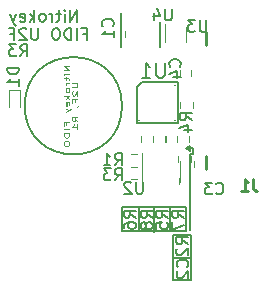
<source format=gbo>
G04 #@! TF.FileFunction,Legend,Bot*
%FSLAX46Y46*%
G04 Gerber Fmt 4.6, Leading zero omitted, Abs format (unit mm)*
G04 Created by KiCad (PCBNEW 4.0.7) date 02/08/18 14:43:57*
%MOMM*%
%LPD*%
G01*
G04 APERTURE LIST*
%ADD10C,0.150000*%
%ADD11C,0.099060*%
%ADD12C,0.120000*%
%ADD13C,0.254000*%
%ADD14C,0.250000*%
%ADD15C,0.304800*%
G04 APERTURE END LIST*
D10*
X3739700Y-4038700D02*
X3485700Y-4038700D01*
X3739700Y-4534000D02*
X3523800Y-4534000D01*
X3739700Y-4038700D02*
X3739700Y-4534000D01*
X3650800Y-4038700D02*
X3739700Y-4038700D01*
X3485700Y-4254600D02*
X3193600Y-4038700D01*
X3485700Y-3848200D02*
X3485700Y-4254600D01*
X3193600Y-4038700D02*
X3485700Y-3848200D01*
X3523800Y-4534000D02*
X3523800Y-10998300D01*
X3206300Y-4038700D02*
X3587300Y-4038700D01*
X2101400Y-13309700D02*
X3536500Y-13322400D01*
X2088700Y-15227400D02*
X2076000Y-11392000D01*
X3625400Y-15189300D02*
X2088700Y-15227400D01*
X3612700Y-11392000D02*
X3625400Y-15189300D01*
X2076000Y-11392000D02*
X3612700Y-11392000D01*
X1783900Y-9080600D02*
X1783900Y-11074500D01*
X450400Y-9042500D02*
X463100Y-11099900D01*
X-832300Y-9042500D02*
X-845000Y-11061800D01*
X-2292800Y-11087200D02*
X-2292800Y-9042500D01*
X3168200Y-11087200D02*
X-2292800Y-11087200D01*
X3180900Y-9055200D02*
X3168200Y-11087200D01*
X-2280100Y-9055200D02*
X3180900Y-9055200D01*
X-5551669Y5639009D02*
X-5218335Y5639009D01*
X-5218335Y5115199D02*
X-5218335Y6115199D01*
X-5694526Y6115199D01*
X-6075478Y5115199D02*
X-6075478Y6115199D01*
X-6551668Y5115199D02*
X-6551668Y6115199D01*
X-6789763Y6115199D01*
X-6932621Y6067580D01*
X-7027859Y5972342D01*
X-7075478Y5877104D01*
X-7123097Y5686628D01*
X-7123097Y5543770D01*
X-7075478Y5353294D01*
X-7027859Y5258056D01*
X-6932621Y5162818D01*
X-6789763Y5115199D01*
X-6551668Y5115199D01*
X-7742144Y6115199D02*
X-7932621Y6115199D01*
X-8027859Y6067580D01*
X-8123097Y5972342D01*
X-8170716Y5781866D01*
X-8170716Y5448532D01*
X-8123097Y5258056D01*
X-8027859Y5162818D01*
X-7932621Y5115199D01*
X-7742144Y5115199D01*
X-7646906Y5162818D01*
X-7551668Y5258056D01*
X-7504049Y5448532D01*
X-7504049Y5781866D01*
X-7551668Y5972342D01*
X-7646906Y6067580D01*
X-7742144Y6115199D01*
X-9361192Y6115199D02*
X-9361192Y5305675D01*
X-9408811Y5210437D01*
X-9456430Y5162818D01*
X-9551668Y5115199D01*
X-9742145Y5115199D01*
X-9837383Y5162818D01*
X-9885002Y5210437D01*
X-9932621Y5305675D01*
X-9932621Y6115199D01*
X-10361192Y6019961D02*
X-10408811Y6067580D01*
X-10504049Y6115199D01*
X-10742145Y6115199D01*
X-10837383Y6067580D01*
X-10885002Y6019961D01*
X-10932621Y5924723D01*
X-10932621Y5829485D01*
X-10885002Y5686628D01*
X-10313573Y5115199D01*
X-10932621Y5115199D01*
X-11694526Y5639009D02*
X-11361192Y5639009D01*
X-11361192Y5115199D02*
X-11361192Y6115199D01*
X-11837383Y6115199D01*
X-10853574Y3743599D02*
X-10520240Y4219790D01*
X-10282145Y3743599D02*
X-10282145Y4743599D01*
X-10663098Y4743599D01*
X-10758336Y4695980D01*
X-10805955Y4648361D01*
X-10853574Y4553123D01*
X-10853574Y4410266D01*
X-10805955Y4315028D01*
X-10758336Y4267409D01*
X-10663098Y4219790D01*
X-10282145Y4219790D01*
X-11186907Y4743599D02*
X-11805955Y4743599D01*
X-11472621Y4362647D01*
X-11615479Y4362647D01*
X-11710717Y4315028D01*
X-11758336Y4267409D01*
X-11805955Y4172170D01*
X-11805955Y3934075D01*
X-11758336Y3838837D01*
X-11710717Y3791218D01*
X-11615479Y3743599D01*
X-11329764Y3743599D01*
X-11234526Y3791218D01*
X-11186907Y3838837D01*
X-6060285Y6672219D02*
X-6060285Y7672219D01*
X-6631714Y6672219D01*
X-6631714Y7672219D01*
X-7107904Y6672219D02*
X-7107904Y7338886D01*
X-7107904Y7672219D02*
X-7060285Y7624600D01*
X-7107904Y7576981D01*
X-7155523Y7624600D01*
X-7107904Y7672219D01*
X-7107904Y7576981D01*
X-7441237Y7338886D02*
X-7822189Y7338886D01*
X-7584094Y7672219D02*
X-7584094Y6815076D01*
X-7631713Y6719838D01*
X-7726951Y6672219D01*
X-7822189Y6672219D01*
X-8155523Y6672219D02*
X-8155523Y7338886D01*
X-8155523Y7148410D02*
X-8203142Y7243648D01*
X-8250761Y7291267D01*
X-8345999Y7338886D01*
X-8441238Y7338886D01*
X-8917428Y6672219D02*
X-8822190Y6719838D01*
X-8774571Y6767457D01*
X-8726952Y6862695D01*
X-8726952Y7148410D01*
X-8774571Y7243648D01*
X-8822190Y7291267D01*
X-8917428Y7338886D01*
X-9060286Y7338886D01*
X-9155524Y7291267D01*
X-9203143Y7243648D01*
X-9250762Y7148410D01*
X-9250762Y6862695D01*
X-9203143Y6767457D01*
X-9155524Y6719838D01*
X-9060286Y6672219D01*
X-8917428Y6672219D01*
X-9679333Y6672219D02*
X-9679333Y7672219D01*
X-9774571Y7053171D02*
X-10060286Y6672219D01*
X-10060286Y7338886D02*
X-9679333Y6957933D01*
X-10869810Y6719838D02*
X-10774572Y6672219D01*
X-10584095Y6672219D01*
X-10488857Y6719838D01*
X-10441238Y6815076D01*
X-10441238Y7196029D01*
X-10488857Y7291267D01*
X-10584095Y7338886D01*
X-10774572Y7338886D01*
X-10869810Y7291267D01*
X-10917429Y7196029D01*
X-10917429Y7100790D01*
X-10441238Y7005552D01*
X-11250762Y7338886D02*
X-11488857Y6672219D01*
X-11726953Y7338886D02*
X-11488857Y6672219D01*
X-11393619Y6434124D01*
X-11346000Y6386505D01*
X-11250762Y6338886D01*
D11*
X-6743215Y2946498D02*
X-7141995Y2946498D01*
X-6743215Y2546498D01*
X-7141995Y2546498D01*
X-6743215Y2213165D02*
X-7009068Y2213165D01*
X-7141995Y2213165D02*
X-7123005Y2246499D01*
X-7104015Y2213165D01*
X-7123005Y2179832D01*
X-7141995Y2213165D01*
X-7104015Y2213165D01*
X-7009068Y1979832D02*
X-7009068Y1713166D01*
X-7141995Y1879832D02*
X-6800183Y1879832D01*
X-6762204Y1846499D01*
X-6743215Y1779832D01*
X-6743215Y1713166D01*
X-6743215Y1479832D02*
X-7009068Y1479832D01*
X-6933110Y1479832D02*
X-6971089Y1446499D01*
X-6990078Y1413166D01*
X-7009068Y1346499D01*
X-7009068Y1279832D01*
X-6743215Y946499D02*
X-6762204Y1013166D01*
X-6781194Y1046499D01*
X-6819173Y1079833D01*
X-6933110Y1079833D01*
X-6971089Y1046499D01*
X-6990078Y1013166D01*
X-7009068Y946499D01*
X-7009068Y846499D01*
X-6990078Y779833D01*
X-6971089Y746499D01*
X-6933110Y713166D01*
X-6819173Y713166D01*
X-6781194Y746499D01*
X-6762204Y779833D01*
X-6743215Y846499D01*
X-6743215Y946499D01*
X-6743215Y413166D02*
X-7141995Y413166D01*
X-6895131Y346500D02*
X-6743215Y146500D01*
X-7009068Y146500D02*
X-6857152Y413166D01*
X-6762204Y-420167D02*
X-6743215Y-353501D01*
X-6743215Y-220167D01*
X-6762204Y-153501D01*
X-6800183Y-120167D01*
X-6952099Y-120167D01*
X-6990078Y-153501D01*
X-7009068Y-220167D01*
X-7009068Y-353501D01*
X-6990078Y-420167D01*
X-6952099Y-453501D01*
X-6914120Y-453501D01*
X-6876141Y-120167D01*
X-7009068Y-686834D02*
X-6743215Y-853501D01*
X-7009068Y-1020167D02*
X-6743215Y-853501D01*
X-6648267Y-786834D01*
X-6629277Y-753501D01*
X-6610288Y-686834D01*
X-6952099Y-2053500D02*
X-6952099Y-1820167D01*
X-6743215Y-1820167D02*
X-7141995Y-1820167D01*
X-7141995Y-2153500D01*
X-6743215Y-2420167D02*
X-7141995Y-2420167D01*
X-6743215Y-2753500D02*
X-7141995Y-2753500D01*
X-7141995Y-2920166D01*
X-7123005Y-3020166D01*
X-7085026Y-3086833D01*
X-7047047Y-3120166D01*
X-6971089Y-3153500D01*
X-6914120Y-3153500D01*
X-6838162Y-3120166D01*
X-6800183Y-3086833D01*
X-6762204Y-3020166D01*
X-6743215Y-2920166D01*
X-6743215Y-2753500D01*
X-7141995Y-3586833D02*
X-7141995Y-3720166D01*
X-7123005Y-3786833D01*
X-7085026Y-3853500D01*
X-7009068Y-3886833D01*
X-6876141Y-3886833D01*
X-6800183Y-3853500D01*
X-6762204Y-3786833D01*
X-6743215Y-3720166D01*
X-6743215Y-3586833D01*
X-6762204Y-3520166D01*
X-6800183Y-3453500D01*
X-6876141Y-3420166D01*
X-7009068Y-3420166D01*
X-7085026Y-3453500D01*
X-7123005Y-3520166D01*
X-7141995Y-3586833D01*
X-6444765Y1496499D02*
X-6121943Y1496499D01*
X-6083964Y1463166D01*
X-6064974Y1429833D01*
X-6045985Y1363166D01*
X-6045985Y1229833D01*
X-6064974Y1163166D01*
X-6083964Y1129833D01*
X-6121943Y1096499D01*
X-6444765Y1096499D01*
X-6406785Y796500D02*
X-6425775Y763166D01*
X-6444765Y696500D01*
X-6444765Y529833D01*
X-6425775Y463166D01*
X-6406785Y429833D01*
X-6368806Y396500D01*
X-6330827Y396500D01*
X-6273859Y429833D01*
X-6045985Y829833D01*
X-6045985Y396500D01*
X-6254869Y-136834D02*
X-6254869Y96499D01*
X-6045985Y96499D02*
X-6444765Y96499D01*
X-6444765Y-236834D01*
X-6064974Y-536834D02*
X-6045985Y-536834D01*
X-6008005Y-503501D01*
X-5989016Y-470167D01*
X-6045985Y-1770167D02*
X-6235880Y-1536833D01*
X-6045985Y-1370167D02*
X-6444765Y-1370167D01*
X-6444765Y-1636833D01*
X-6425775Y-1703500D01*
X-6406785Y-1736833D01*
X-6368806Y-1770167D01*
X-6311838Y-1770167D01*
X-6273859Y-1736833D01*
X-6254869Y-1703500D01*
X-6235880Y-1636833D01*
X-6235880Y-1370167D01*
X-6045985Y-2436833D02*
X-6045985Y-2036833D01*
X-6045985Y-2236833D02*
X-6444765Y-2236833D01*
X-6387796Y-2170167D01*
X-6349817Y-2103500D01*
X-6330827Y-2036833D01*
D12*
X2670000Y-5094500D02*
X2670000Y-6894500D01*
X-550000Y-6894500D02*
X-550000Y-4444500D01*
D10*
X932400Y6663300D02*
X932400Y4563300D01*
X-2317600Y7438300D02*
X-2317600Y4563300D01*
X-2255534Y-453500D02*
G75*
G03X-2255534Y-453500I-4119466J0D01*
G01*
D13*
X4899020Y4683010D02*
X4899020Y5782830D01*
X4899020Y-4714990D02*
X4899020Y-5814810D01*
D12*
X3485800Y-6570000D02*
X3485800Y-7070000D01*
X2545800Y-7070000D02*
X2545800Y-6570000D01*
D10*
X-1025000Y-1903500D02*
X-1025000Y1096500D01*
X-1025000Y1096500D02*
X-525000Y1596500D01*
X-525000Y1596500D02*
X2475000Y1596500D01*
X2475000Y1596500D02*
X2475000Y-1903500D01*
X2475000Y-1903500D02*
X-1025000Y-1903500D01*
X-775000Y1346500D02*
X-775000Y1346500D01*
X-775000Y-1653500D02*
X-775000Y-1653500D01*
X-775000Y-1653500D02*
X-775000Y-1653500D01*
X2225000Y1346500D02*
X2225000Y1346500D01*
X2225000Y1346500D02*
X2225000Y1346500D01*
X2225000Y-1653500D02*
X2225000Y-1653500D01*
X2225000Y-1653500D02*
X2225000Y-1653500D01*
D12*
X3179200Y4925200D02*
X3179200Y6225200D01*
X1379200Y6475200D02*
X1379200Y4925200D01*
X3815800Y-5609500D02*
X3815800Y-5109500D01*
X4755800Y-5109500D02*
X4755800Y-5609500D01*
X-11825000Y896500D02*
X-10925000Y896500D01*
X-10925000Y896500D02*
X-10925000Y-553500D01*
X-11825000Y896500D02*
X-11825000Y-553500D01*
X-1006480Y-5620260D02*
X-1506480Y-5620260D01*
X-1506480Y-4560260D02*
X-1006480Y-4560260D01*
X3555960Y-4743740D02*
X3555960Y-5243740D01*
X2495960Y-5243740D02*
X2495960Y-4743740D01*
X-1001400Y-6689600D02*
X-1501400Y-6689600D01*
X-1501400Y-5629600D02*
X-1001400Y-5629600D01*
X2673760Y-661580D02*
X2673760Y-161580D01*
X3733760Y-161580D02*
X3733760Y-661580D01*
X2423120Y-3041940D02*
X2423120Y-3541940D01*
X1363120Y-3541940D02*
X1363120Y-3041940D01*
X391120Y-3041940D02*
X391120Y-3541940D01*
X-668880Y-3541940D02*
X-668880Y-3041940D01*
X3434040Y-3041940D02*
X3434040Y-3541940D01*
X2374040Y-3541940D02*
X2374040Y-3041940D01*
X1432520Y-3041940D02*
X1432520Y-3541940D01*
X372520Y-3541940D02*
X372520Y-3041940D01*
X3597560Y2546060D02*
X3597560Y2046060D01*
X2657560Y2046060D02*
X2657560Y2546060D01*
X-1975200Y5863300D02*
X-1975200Y5363300D01*
X-2915200Y5363300D02*
X-2915200Y5863300D01*
D10*
X-489495Y-6894681D02*
X-489495Y-7704205D01*
X-537114Y-7799443D01*
X-584733Y-7847062D01*
X-679971Y-7894681D01*
X-870448Y-7894681D01*
X-965686Y-7847062D01*
X-1013305Y-7799443D01*
X-1060924Y-7704205D01*
X-1060924Y-6894681D01*
X-1489495Y-6989919D02*
X-1537114Y-6942300D01*
X-1632352Y-6894681D01*
X-1870448Y-6894681D01*
X-1965686Y-6942300D01*
X-2013305Y-6989919D01*
X-2060924Y-7085157D01*
X-2060924Y-7180395D01*
X-2013305Y-7323252D01*
X-1441876Y-7894681D01*
X-2060924Y-7894681D01*
X1948905Y7773819D02*
X1948905Y6964295D01*
X1901286Y6869057D01*
X1853667Y6821438D01*
X1758429Y6773819D01*
X1567952Y6773819D01*
X1472714Y6821438D01*
X1425095Y6869057D01*
X1377476Y6964295D01*
X1377476Y7773819D01*
X472714Y7440486D02*
X472714Y6773819D01*
X710810Y7821438D02*
X948905Y7107152D01*
X329857Y7107152D01*
D14*
X8833333Y-6655881D02*
X8833333Y-7370167D01*
X8880953Y-7513024D01*
X8976191Y-7608262D01*
X9119048Y-7655881D01*
X9214286Y-7655881D01*
X7833333Y-7655881D02*
X8404762Y-7655881D01*
X8119048Y-7655881D02*
X8119048Y-6655881D01*
X8214286Y-6798738D01*
X8309524Y-6893976D01*
X8404762Y-6941595D01*
D15*
D10*
X3271343Y-14095534D02*
X3318962Y-14047915D01*
X3366581Y-13905058D01*
X3366581Y-13809820D01*
X3318962Y-13666962D01*
X3223724Y-13571724D01*
X3128486Y-13524105D01*
X2938010Y-13476486D01*
X2795152Y-13476486D01*
X2604676Y-13524105D01*
X2509438Y-13571724D01*
X2414200Y-13666962D01*
X2366581Y-13809820D01*
X2366581Y-13905058D01*
X2414200Y-14047915D01*
X2461819Y-14095534D01*
X2461819Y-14476486D02*
X2414200Y-14524105D01*
X2366581Y-14619343D01*
X2366581Y-14857439D01*
X2414200Y-14952677D01*
X2461819Y-15000296D01*
X2557057Y-15047915D01*
X2652295Y-15047915D01*
X2795152Y-15000296D01*
X3366581Y-14428867D01*
X3366581Y-15047915D01*
X1351986Y3133543D02*
X1351986Y2162114D01*
X1294843Y2047829D01*
X1237700Y1990686D01*
X1123414Y1933543D01*
X894843Y1933543D01*
X780557Y1990686D01*
X723414Y2047829D01*
X666271Y2162114D01*
X666271Y3133543D01*
X-533729Y1933543D02*
X151986Y1933543D01*
X-190872Y1933543D02*
X-190872Y3133543D01*
X-76586Y2962114D01*
X37700Y2847829D01*
X151986Y2790686D01*
X4882605Y6808619D02*
X4882605Y5999095D01*
X4834986Y5903857D01*
X4787367Y5856238D01*
X4692129Y5808619D01*
X4501652Y5808619D01*
X4406414Y5856238D01*
X4358795Y5903857D01*
X4311176Y5999095D01*
X4311176Y6808619D01*
X3930224Y6808619D02*
X3311176Y6808619D01*
X3644510Y6427667D01*
X3501652Y6427667D01*
X3406414Y6380048D01*
X3358795Y6332429D01*
X3311176Y6237190D01*
X3311176Y5999095D01*
X3358795Y5903857D01*
X3406414Y5856238D01*
X3501652Y5808619D01*
X3787367Y5808619D01*
X3882605Y5856238D01*
X3930224Y5903857D01*
X5709766Y-7862943D02*
X5757385Y-7910562D01*
X5900242Y-7958181D01*
X5995480Y-7958181D01*
X6138338Y-7910562D01*
X6233576Y-7815324D01*
X6281195Y-7720086D01*
X6328814Y-7529610D01*
X6328814Y-7386752D01*
X6281195Y-7196276D01*
X6233576Y-7101038D01*
X6138338Y-7005800D01*
X5995480Y-6958181D01*
X5900242Y-6958181D01*
X5757385Y-7005800D01*
X5709766Y-7053419D01*
X5376433Y-6958181D02*
X4757385Y-6958181D01*
X5090719Y-7339133D01*
X4947861Y-7339133D01*
X4852623Y-7386752D01*
X4805004Y-7434371D01*
X4757385Y-7529610D01*
X4757385Y-7767705D01*
X4805004Y-7862943D01*
X4852623Y-7910562D01*
X4947861Y-7958181D01*
X5233576Y-7958181D01*
X5328814Y-7910562D01*
X5376433Y-7862943D01*
X-10971719Y2782695D02*
X-11971719Y2782695D01*
X-11971719Y2544600D01*
X-11924100Y2401742D01*
X-11828862Y2306504D01*
X-11733624Y2258885D01*
X-11543148Y2211266D01*
X-11400290Y2211266D01*
X-11209814Y2258885D01*
X-11114576Y2306504D01*
X-11019338Y2401742D01*
X-10971719Y2544600D01*
X-10971719Y2782695D01*
X-10971719Y1258885D02*
X-10971719Y1830314D01*
X-10971719Y1544600D02*
X-11971719Y1544600D01*
X-11828862Y1639838D01*
X-11733624Y1735076D01*
X-11686005Y1830314D01*
X-2862734Y-5481681D02*
X-2529400Y-5005490D01*
X-2291305Y-5481681D02*
X-2291305Y-4481681D01*
X-2672258Y-4481681D01*
X-2767496Y-4529300D01*
X-2815115Y-4576919D01*
X-2862734Y-4672157D01*
X-2862734Y-4815014D01*
X-2815115Y-4910252D01*
X-2767496Y-4957871D01*
X-2672258Y-5005490D01*
X-2291305Y-5005490D01*
X-3815115Y-5481681D02*
X-3243686Y-5481681D01*
X-3529400Y-5481681D02*
X-3529400Y-4481681D01*
X-3434162Y-4624538D01*
X-3338924Y-4719776D01*
X-3243686Y-4767395D01*
X3315781Y-12177834D02*
X2839590Y-11844500D01*
X3315781Y-11606405D02*
X2315781Y-11606405D01*
X2315781Y-11987358D01*
X2363400Y-12082596D01*
X2411019Y-12130215D01*
X2506257Y-12177834D01*
X2649114Y-12177834D01*
X2744352Y-12130215D01*
X2791971Y-12082596D01*
X2839590Y-11987358D01*
X2839590Y-11606405D01*
X2411019Y-12558786D02*
X2363400Y-12606405D01*
X2315781Y-12701643D01*
X2315781Y-12939739D01*
X2363400Y-13034977D01*
X2411019Y-13082596D01*
X2506257Y-13130215D01*
X2601495Y-13130215D01*
X2744352Y-13082596D01*
X3315781Y-12511167D01*
X3315781Y-13130215D01*
X-2862734Y-6764381D02*
X-2529400Y-6288190D01*
X-2291305Y-6764381D02*
X-2291305Y-5764381D01*
X-2672258Y-5764381D01*
X-2767496Y-5812000D01*
X-2815115Y-5859619D01*
X-2862734Y-5954857D01*
X-2862734Y-6097714D01*
X-2815115Y-6192952D01*
X-2767496Y-6240571D01*
X-2672258Y-6288190D01*
X-2291305Y-6288190D01*
X-3196067Y-5764381D02*
X-3815115Y-5764381D01*
X-3481781Y-6145333D01*
X-3624639Y-6145333D01*
X-3719877Y-6192952D01*
X-3767496Y-6240571D01*
X-3815115Y-6335810D01*
X-3815115Y-6573905D01*
X-3767496Y-6669143D01*
X-3719877Y-6716762D01*
X-3624639Y-6764381D01*
X-3338924Y-6764381D01*
X-3243686Y-6716762D01*
X-3196067Y-6669143D01*
X3645981Y-1677474D02*
X3169790Y-1344140D01*
X3645981Y-1106045D02*
X2645981Y-1106045D01*
X2645981Y-1486998D01*
X2693600Y-1582236D01*
X2741219Y-1629855D01*
X2836457Y-1677474D01*
X2979314Y-1677474D01*
X3074552Y-1629855D01*
X3122171Y-1582236D01*
X3169790Y-1486998D01*
X3169790Y-1106045D01*
X2979314Y-2534617D02*
X3645981Y-2534617D01*
X2598362Y-2296521D02*
X3312648Y-2058426D01*
X3312648Y-2677474D01*
X1619061Y-9950254D02*
X1142870Y-9616920D01*
X1619061Y-9378825D02*
X619061Y-9378825D01*
X619061Y-9759778D01*
X666680Y-9855016D01*
X714299Y-9902635D01*
X809537Y-9950254D01*
X952394Y-9950254D01*
X1047632Y-9902635D01*
X1095251Y-9855016D01*
X1142870Y-9759778D01*
X1142870Y-9378825D01*
X619061Y-10855016D02*
X619061Y-10378825D01*
X1095251Y-10331206D01*
X1047632Y-10378825D01*
X1000013Y-10474063D01*
X1000013Y-10712159D01*
X1047632Y-10807397D01*
X1095251Y-10855016D01*
X1190490Y-10902635D01*
X1428585Y-10902635D01*
X1523823Y-10855016D01*
X1571442Y-10807397D01*
X1619061Y-10712159D01*
X1619061Y-10474063D01*
X1571442Y-10378825D01*
X1523823Y-10331206D01*
X-1103819Y-9917234D02*
X-1580010Y-9583900D01*
X-1103819Y-9345805D02*
X-2103819Y-9345805D01*
X-2103819Y-9726758D01*
X-2056200Y-9821996D01*
X-2008581Y-9869615D01*
X-1913343Y-9917234D01*
X-1770486Y-9917234D01*
X-1675248Y-9869615D01*
X-1627629Y-9821996D01*
X-1580010Y-9726758D01*
X-1580010Y-9345805D01*
X-2103819Y-10774377D02*
X-2103819Y-10583900D01*
X-2056200Y-10488662D01*
X-2008581Y-10441043D01*
X-1865724Y-10345805D01*
X-1675248Y-10298186D01*
X-1294295Y-10298186D01*
X-1199057Y-10345805D01*
X-1151438Y-10393424D01*
X-1103819Y-10488662D01*
X-1103819Y-10679139D01*
X-1151438Y-10774377D01*
X-1199057Y-10821996D01*
X-1294295Y-10869615D01*
X-1532390Y-10869615D01*
X-1627629Y-10821996D01*
X-1675248Y-10774377D01*
X-1722867Y-10679139D01*
X-1722867Y-10488662D01*
X-1675248Y-10393424D01*
X-1627629Y-10345805D01*
X-1532390Y-10298186D01*
X2985581Y-9950254D02*
X2509390Y-9616920D01*
X2985581Y-9378825D02*
X1985581Y-9378825D01*
X1985581Y-9759778D01*
X2033200Y-9855016D01*
X2080819Y-9902635D01*
X2176057Y-9950254D01*
X2318914Y-9950254D01*
X2414152Y-9902635D01*
X2461771Y-9855016D01*
X2509390Y-9759778D01*
X2509390Y-9378825D01*
X1985581Y-10283587D02*
X1985581Y-10950254D01*
X2985581Y-10521682D01*
X333821Y-9950254D02*
X-142370Y-9616920D01*
X333821Y-9378825D02*
X-666179Y-9378825D01*
X-666179Y-9759778D01*
X-618560Y-9855016D01*
X-570941Y-9902635D01*
X-475703Y-9950254D01*
X-332846Y-9950254D01*
X-237608Y-9902635D01*
X-189989Y-9855016D01*
X-142370Y-9759778D01*
X-142370Y-9378825D01*
X-237608Y-10521682D02*
X-285227Y-10426444D01*
X-332846Y-10378825D01*
X-428084Y-10331206D01*
X-475703Y-10331206D01*
X-570941Y-10378825D01*
X-618560Y-10426444D01*
X-666179Y-10521682D01*
X-666179Y-10712159D01*
X-618560Y-10807397D01*
X-570941Y-10855016D01*
X-475703Y-10902635D01*
X-428084Y-10902635D01*
X-332846Y-10855016D01*
X-285227Y-10807397D01*
X-237608Y-10712159D01*
X-237608Y-10521682D01*
X-189989Y-10426444D01*
X-142370Y-10378825D01*
X-47131Y-10331206D01*
X143345Y-10331206D01*
X238583Y-10378825D01*
X286202Y-10426444D01*
X333821Y-10521682D01*
X333821Y-10712159D01*
X286202Y-10807397D01*
X238583Y-10855016D01*
X143345Y-10902635D01*
X-47131Y-10902635D01*
X-142370Y-10855016D01*
X-189989Y-10807397D01*
X-237608Y-10712159D01*
X2649043Y2858966D02*
X2696662Y2906585D01*
X2744281Y3049442D01*
X2744281Y3144680D01*
X2696662Y3287538D01*
X2601424Y3382776D01*
X2506186Y3430395D01*
X2315710Y3478014D01*
X2172852Y3478014D01*
X1982376Y3430395D01*
X1887138Y3382776D01*
X1791900Y3287538D01*
X1744281Y3144680D01*
X1744281Y3049442D01*
X1791900Y2906585D01*
X1839519Y2858966D01*
X2077614Y2001823D02*
X2744281Y2001823D01*
X1696662Y2239919D02*
X2410948Y2478014D01*
X2410948Y1858966D01*
X-3053257Y6287966D02*
X-3005638Y6335585D01*
X-2958019Y6478442D01*
X-2958019Y6573680D01*
X-3005638Y6716538D01*
X-3100876Y6811776D01*
X-3196114Y6859395D01*
X-3386590Y6907014D01*
X-3529448Y6907014D01*
X-3719924Y6859395D01*
X-3815162Y6811776D01*
X-3910400Y6716538D01*
X-3958019Y6573680D01*
X-3958019Y6478442D01*
X-3910400Y6335585D01*
X-3862781Y6287966D01*
X-2958019Y5335585D02*
X-2958019Y5907014D01*
X-2958019Y5621300D02*
X-3958019Y5621300D01*
X-3815162Y5716538D01*
X-3719924Y5811776D01*
X-3672305Y5907014D01*
M02*

</source>
